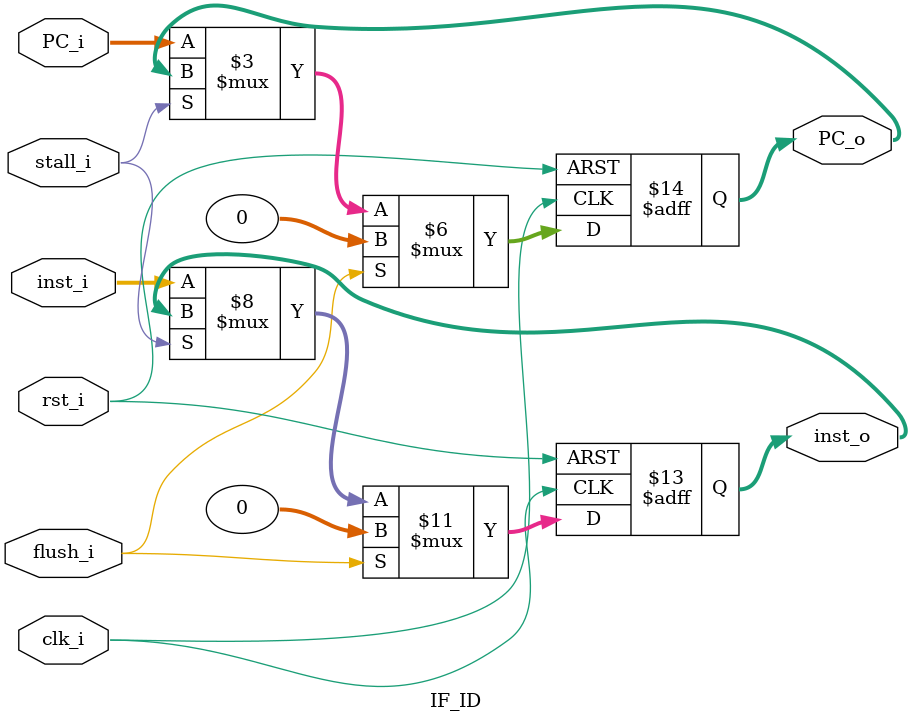
<source format=v>
module IF_ID (
    clk_i, rst_i, flush_i, stall_i, 
    inst_i, PC_i,
    inst_o, PC_o
);
input         clk_i, rst_i, flush_i, stall_i;
input  [31:0] inst_i, PC_i;
output reg [31:0] inst_o, PC_o;

always @(posedge clk_i or posedge rst_i)begin
    if(rst_i)begin
        inst_o <= 32'b0;
        PC_o <= 32'b0;
    end
    else begin
        if(flush_i)begin
            PC_o <= 32'b0;
            inst_o <= 32'b0;
        end
        else if(!stall_i)begin
            PC_o <= PC_i;
            inst_o <= inst_i;
        end
    end
end
endmodule

</source>
